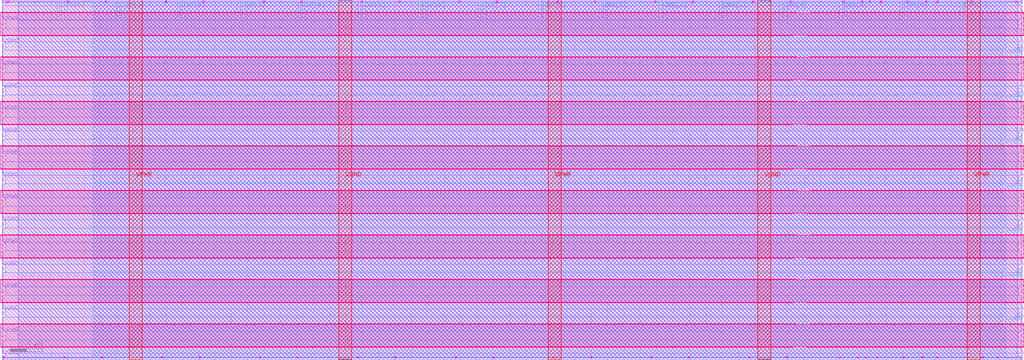
<source format=lef>
VERSION 5.7 ;
  NOWIREEXTENSIONATPIN ON ;
  DIVIDERCHAR "/" ;
  BUSBITCHARS "[]" ;
MACRO RAM16
  CLASS BLOCK ;
  FOREIGN RAM16 ;
  ORIGIN 0.000 0.000 ;
  SIZE 124.660 BY 43.520 ;
  PIN A0[0]
    DIRECTION INPUT ;
    USE SIGNAL ;
    PORT
      LAYER met3 ;
        RECT 122.660 9.560 124.660 10.160 ;
    END
  END A0[0]
  PIN A0[1]
    DIRECTION INPUT ;
    USE SIGNAL ;
    PORT
      LAYER met3 ;
        RECT 122.660 15.000 124.660 15.600 ;
    END
  END A0[1]
  PIN A0[2]
    DIRECTION INPUT ;
    USE SIGNAL ;
    PORT
      LAYER met3 ;
        RECT 122.660 20.440 124.660 21.040 ;
    END
  END A0[2]
  PIN A0[3]
    DIRECTION INPUT ;
    USE SIGNAL ;
    PORT
      LAYER met3 ;
        RECT 122.660 25.880 124.660 26.480 ;
    END
  END A0[3]
  PIN CLK
    DIRECTION INPUT ;
    USE SIGNAL ;
    PORT
      LAYER met3 ;
        RECT 122.660 31.320 124.660 31.920 ;
    END
  END CLK
  PIN Di0[0]
    DIRECTION INPUT ;
    USE SIGNAL ;
    PORT
      LAYER met2 ;
        RECT 6.990 41.520 7.270 43.520 ;
    END
  END Di0[0]
  PIN Di0[1]
    DIRECTION INPUT ;
    USE SIGNAL ;
    PORT
      LAYER met2 ;
        RECT 14.350 41.520 14.630 43.520 ;
    END
  END Di0[1]
  PIN Di0[2]
    DIRECTION INPUT ;
    USE SIGNAL ;
    PORT
      LAYER met2 ;
        RECT 21.710 41.520 21.990 43.520 ;
    END
  END Di0[2]
  PIN Di0[3]
    DIRECTION INPUT ;
    USE SIGNAL ;
    PORT
      LAYER met2 ;
        RECT 29.070 41.520 29.350 43.520 ;
    END
  END Di0[3]
  PIN Di0[4]
    DIRECTION INPUT ;
    USE SIGNAL ;
    PORT
      LAYER met2 ;
        RECT 36.430 41.520 36.710 43.520 ;
    END
  END Di0[4]
  PIN Di0[5]
    DIRECTION INPUT ;
    USE SIGNAL ;
    PORT
      LAYER met2 ;
        RECT 43.790 41.520 44.070 43.520 ;
    END
  END Di0[5]
  PIN Di0[6]
    DIRECTION INPUT ;
    USE SIGNAL ;
    PORT
      LAYER met2 ;
        RECT 51.150 41.520 51.430 43.520 ;
    END
  END Di0[6]
  PIN Di0[7]
    DIRECTION INPUT ;
    USE SIGNAL ;
    PORT
      LAYER met2 ;
        RECT 58.510 41.520 58.790 43.520 ;
    END
  END Di0[7]
  PIN Do0[0]
    DIRECTION OUTPUT ;
    USE SIGNAL ;
    PORT
      LAYER met2 ;
        RECT 65.870 41.520 66.150 43.520 ;
    END
  END Do0[0]
  PIN Do0[1]
    DIRECTION OUTPUT ;
    USE SIGNAL ;
    PORT
      LAYER met2 ;
        RECT 73.230 41.520 73.510 43.520 ;
    END
  END Do0[1]
  PIN Do0[2]
    DIRECTION OUTPUT ;
    USE SIGNAL ;
    PORT
      LAYER met2 ;
        RECT 80.590 41.520 80.870 43.520 ;
    END
  END Do0[2]
  PIN Do0[3]
    DIRECTION OUTPUT ;
    USE SIGNAL ;
    PORT
      LAYER met2 ;
        RECT 87.950 41.520 88.230 43.520 ;
    END
  END Do0[3]
  PIN Do0[4]
    DIRECTION OUTPUT ;
    USE SIGNAL ;
    PORT
      LAYER met2 ;
        RECT 95.310 41.520 95.590 43.520 ;
    END
  END Do0[4]
  PIN Do0[5]
    DIRECTION OUTPUT ;
    USE SIGNAL ;
    PORT
      LAYER met2 ;
        RECT 102.670 41.520 102.950 43.520 ;
    END
  END Do0[5]
  PIN Do0[6]
    DIRECTION OUTPUT ;
    USE SIGNAL ;
    PORT
      LAYER met2 ;
        RECT 110.030 41.520 110.310 43.520 ;
    END
  END Do0[6]
  PIN Do0[7]
    DIRECTION OUTPUT ;
    USE SIGNAL ;
    PORT
      LAYER met2 ;
        RECT 117.390 41.520 117.670 43.520 ;
    END
  END Do0[7]
  PIN EN0
    DIRECTION INPUT ;
    USE SIGNAL ;
    PORT
      LAYER met3 ;
        RECT 122.660 4.120 124.660 4.720 ;
    END
  END EN0
  PIN VGND
    DIRECTION INOUT ;
    USE GROUND ;
    PORT
      LAYER met4 ;
        RECT 41.120 -0.240 42.720 43.760 ;
    END
    PORT
      LAYER met4 ;
        RECT 92.320 -0.240 93.920 43.760 ;
    END
    PORT
      LAYER met1 ;
        RECT 0.000 -0.240 0.145 0.240 ;
    END
    PORT
      LAYER met1 ;
        RECT 124.515 -0.240 124.660 0.240 ;
    END
    PORT
      LAYER met1 ;
        RECT 0.000 5.200 0.145 5.680 ;
    END
    PORT
      LAYER met1 ;
        RECT 124.515 5.200 124.660 5.680 ;
    END
    PORT
      LAYER met1 ;
        RECT 0.000 10.640 0.145 11.120 ;
    END
    PORT
      LAYER met1 ;
        RECT 124.515 10.640 124.660 11.120 ;
    END
    PORT
      LAYER met1 ;
        RECT 0.000 16.080 0.145 16.560 ;
    END
    PORT
      LAYER met1 ;
        RECT 124.515 16.080 124.660 16.560 ;
    END
    PORT
      LAYER met1 ;
        RECT 0.000 21.520 0.145 22.000 ;
    END
    PORT
      LAYER met1 ;
        RECT 124.515 21.520 124.660 22.000 ;
    END
    PORT
      LAYER met1 ;
        RECT 0.000 26.960 0.145 27.440 ;
    END
    PORT
      LAYER met1 ;
        RECT 124.515 26.960 124.660 27.440 ;
    END
    PORT
      LAYER met1 ;
        RECT 0.000 32.400 0.145 32.880 ;
    END
    PORT
      LAYER met1 ;
        RECT 124.515 32.400 124.660 32.880 ;
    END
    PORT
      LAYER met1 ;
        RECT 0.000 37.840 0.145 38.320 ;
    END
    PORT
      LAYER met1 ;
        RECT 124.515 37.840 124.660 38.320 ;
    END
    PORT
      LAYER met1 ;
        RECT 0.000 43.280 0.145 43.760 ;
    END
    PORT
      LAYER met1 ;
        RECT 124.515 43.280 124.660 43.760 ;
    END
  END VGND
  PIN VPWR
    DIRECTION INOUT ;
    USE POWER ;
    PORT
      LAYER met4 ;
        RECT 15.520 -0.240 17.120 43.760 ;
    END
    PORT
      LAYER met4 ;
        RECT 66.720 -0.240 68.320 43.760 ;
    END
    PORT
      LAYER met4 ;
        RECT 117.920 -0.240 119.520 43.760 ;
    END
    PORT
      LAYER met1 ;
        RECT 0.000 2.480 0.145 2.960 ;
    END
    PORT
      LAYER met1 ;
        RECT 124.515 2.480 124.660 2.960 ;
    END
    PORT
      LAYER met1 ;
        RECT 0.000 7.920 0.145 8.400 ;
    END
    PORT
      LAYER met1 ;
        RECT 124.515 7.920 124.660 8.400 ;
    END
    PORT
      LAYER met1 ;
        RECT 0.000 13.360 0.145 13.840 ;
    END
    PORT
      LAYER met1 ;
        RECT 124.515 13.360 124.660 13.840 ;
    END
    PORT
      LAYER met1 ;
        RECT 0.000 18.800 0.145 19.280 ;
    END
    PORT
      LAYER met1 ;
        RECT 124.515 18.800 124.660 19.280 ;
    END
    PORT
      LAYER met1 ;
        RECT 0.000 24.240 0.145 24.720 ;
    END
    PORT
      LAYER met1 ;
        RECT 124.515 24.240 124.660 24.720 ;
    END
    PORT
      LAYER met1 ;
        RECT 0.000 29.680 0.145 30.160 ;
    END
    PORT
      LAYER met1 ;
        RECT 124.515 29.680 124.660 30.160 ;
    END
    PORT
      LAYER met1 ;
        RECT 0.000 35.120 0.145 35.600 ;
    END
    PORT
      LAYER met1 ;
        RECT 124.515 35.120 124.660 35.600 ;
    END
    PORT
      LAYER met1 ;
        RECT 0.000 40.560 0.145 41.040 ;
    END
    PORT
      LAYER met1 ;
        RECT 124.515 40.560 124.660 41.040 ;
    END
  END VPWR
  PIN WE0
    DIRECTION INPUT ;
    USE SIGNAL ;
    PORT
      LAYER met3 ;
        RECT 122.660 36.760 124.660 37.360 ;
    END
  END WE0
  OBS
      LAYER pwell ;
        RECT 0.605 43.415 0.775 43.605 ;
        RECT 7.970 43.415 8.140 43.605 ;
        RECT 12.565 43.415 12.735 43.605 ;
        RECT 19.930 43.415 20.100 43.605 ;
        RECT 24.525 43.415 24.695 43.605 ;
        RECT 31.890 43.415 32.060 43.605 ;
        RECT 36.485 43.415 36.655 43.605 ;
        RECT 43.850 43.415 44.020 43.605 ;
        RECT 48.445 43.415 48.615 43.605 ;
        RECT 55.810 43.415 55.980 43.605 ;
        RECT 60.405 43.415 60.575 43.605 ;
        RECT 67.770 43.415 67.940 43.605 ;
        RECT 72.365 43.415 72.535 43.605 ;
        RECT 79.730 43.415 79.900 43.605 ;
        RECT 84.325 43.415 84.495 43.605 ;
        RECT 91.690 43.415 91.860 43.605 ;
        RECT 96.290 43.415 96.460 43.605 ;
        RECT 102.725 43.435 102.895 43.605 ;
        RECT 105.025 43.455 105.195 43.605 ;
        RECT 105.945 43.435 106.115 43.605 ;
        RECT 107.325 43.415 107.495 43.605 ;
        RECT 110.545 43.415 110.715 43.605 ;
        RECT 112.845 43.415 113.015 43.605 ;
        RECT 114.230 43.415 114.400 43.605 ;
        RECT 118.365 43.415 118.535 43.605 ;
        RECT 123.895 43.460 124.055 43.570 ;
      LAYER nwell ;
        RECT -0.190 42.165 97.135 42.215 ;
        RECT 98.760 42.165 124.850 42.215 ;
        RECT -0.190 39.435 124.850 42.165 ;
        RECT -0.190 39.385 96.675 39.435 ;
        RECT 98.300 39.385 124.850 39.435 ;
        RECT -0.190 36.725 97.135 36.775 ;
        RECT 98.760 36.725 124.850 36.775 ;
        RECT -0.190 33.995 124.850 36.725 ;
        RECT -0.190 33.945 96.675 33.995 ;
        RECT 98.300 33.945 124.850 33.995 ;
        RECT -0.190 31.285 97.135 31.335 ;
        RECT 98.760 31.285 124.850 31.335 ;
        RECT -0.190 28.555 124.850 31.285 ;
        RECT -0.190 28.505 96.675 28.555 ;
        RECT 98.300 28.505 124.850 28.555 ;
        RECT -0.190 25.845 97.135 25.895 ;
        RECT 98.760 25.845 124.850 25.895 ;
        RECT -0.190 23.115 124.850 25.845 ;
        RECT -0.190 23.065 96.675 23.115 ;
        RECT 98.300 23.065 124.850 23.115 ;
        RECT -0.190 20.405 97.135 20.455 ;
        RECT 98.760 20.405 124.850 20.455 ;
        RECT -0.190 17.675 124.850 20.405 ;
        RECT -0.190 17.625 96.675 17.675 ;
        RECT 98.300 17.625 124.850 17.675 ;
        RECT -0.190 14.965 97.135 15.015 ;
        RECT 98.760 14.965 124.850 15.015 ;
        RECT -0.190 12.235 124.850 14.965 ;
        RECT -0.190 12.185 96.675 12.235 ;
        RECT 98.300 12.185 124.850 12.235 ;
        RECT -0.190 9.525 97.135 9.575 ;
        RECT 98.760 9.525 124.850 9.575 ;
        RECT -0.190 6.795 124.850 9.525 ;
        RECT -0.190 6.745 96.675 6.795 ;
        RECT 98.300 6.745 124.850 6.795 ;
        RECT -0.190 4.085 97.135 4.135 ;
        RECT 98.760 4.085 124.850 4.135 ;
        RECT -0.190 1.355 124.850 4.085 ;
        RECT -0.190 1.305 96.675 1.355 ;
        RECT 98.300 1.305 124.850 1.355 ;
      LAYER pwell ;
        RECT 0.145 -0.085 0.315 0.105 ;
        RECT 7.510 -0.085 7.680 0.105 ;
        RECT 12.105 -0.085 12.275 0.105 ;
        RECT 19.470 -0.085 19.640 0.105 ;
        RECT 24.065 -0.085 24.235 0.105 ;
        RECT 31.430 -0.085 31.600 0.105 ;
        RECT 36.025 -0.085 36.195 0.105 ;
        RECT 43.390 -0.085 43.560 0.105 ;
        RECT 47.985 -0.085 48.155 0.105 ;
        RECT 55.350 -0.085 55.520 0.105 ;
        RECT 59.945 -0.085 60.115 0.105 ;
        RECT 67.310 -0.085 67.480 0.105 ;
        RECT 71.905 -0.085 72.075 0.105 ;
        RECT 79.270 -0.085 79.440 0.105 ;
        RECT 83.865 -0.085 84.035 0.105 ;
        RECT 91.230 -0.085 91.400 0.105 ;
        RECT 95.830 -0.085 96.000 0.105 ;
        RECT 102.265 -0.085 102.435 0.085 ;
        RECT 104.565 -0.085 104.735 0.065 ;
        RECT 105.485 -0.085 105.655 0.085 ;
        RECT 106.865 -0.085 107.035 0.105 ;
        RECT 110.085 -0.085 110.255 0.105 ;
        RECT 112.385 -0.085 112.555 0.105 ;
        RECT 114.225 -0.085 114.395 0.105 ;
        RECT 119.745 -0.085 119.915 0.105 ;
        RECT 121.590 -0.085 121.760 0.105 ;
      LAYER li1 ;
        RECT 0.000 43.435 124.660 43.605 ;
      LAYER li1 ;
        RECT 0.000 0.085 124.660 43.435 ;
      LAYER li1 ;
        RECT 0.000 -0.085 124.660 0.085 ;
      LAYER met1 ;
        RECT 0.145 43.435 124.515 43.760 ;
        RECT 0.425 43.000 124.235 43.435 ;
        RECT 0.085 41.320 124.515 43.000 ;
        RECT 0.425 40.280 124.235 41.320 ;
        RECT 0.085 38.600 124.515 40.280 ;
        RECT 0.425 37.560 124.235 38.600 ;
        RECT 0.085 35.880 124.515 37.560 ;
        RECT 0.425 34.840 124.235 35.880 ;
        RECT 0.085 33.160 124.515 34.840 ;
        RECT 0.425 32.120 124.235 33.160 ;
        RECT 0.085 30.440 124.515 32.120 ;
        RECT 0.425 29.400 124.235 30.440 ;
        RECT 0.085 27.720 124.515 29.400 ;
        RECT 0.425 26.680 124.235 27.720 ;
        RECT 0.085 25.000 124.515 26.680 ;
        RECT 0.425 23.960 124.235 25.000 ;
        RECT 0.085 22.280 124.515 23.960 ;
        RECT 0.425 21.240 124.235 22.280 ;
        RECT 0.085 19.560 124.515 21.240 ;
        RECT 0.425 18.520 124.235 19.560 ;
        RECT 0.085 16.840 124.515 18.520 ;
        RECT 0.425 15.800 124.235 16.840 ;
        RECT 0.085 14.120 124.515 15.800 ;
        RECT 0.425 13.080 124.235 14.120 ;
        RECT 0.085 11.400 124.515 13.080 ;
        RECT 0.425 10.360 124.235 11.400 ;
        RECT 0.085 8.680 124.515 10.360 ;
        RECT 0.425 7.640 124.235 8.680 ;
        RECT 0.085 5.960 124.515 7.640 ;
        RECT 0.425 4.920 124.235 5.960 ;
        RECT 0.085 3.240 124.515 4.920 ;
        RECT 0.425 2.200 124.235 3.240 ;
        RECT 0.085 0.520 124.515 2.200 ;
        RECT 0.425 0.085 124.235 0.520 ;
        RECT 0.145 -0.240 124.515 0.085 ;
      LAYER met2 ;
        RECT 41.150 43.520 42.690 43.705 ;
        RECT 92.350 43.520 93.890 43.705 ;
        RECT 1.940 41.240 6.710 43.520 ;
        RECT 7.550 41.240 14.070 43.520 ;
        RECT 14.910 41.240 21.430 43.520 ;
        RECT 22.270 41.240 28.790 43.520 ;
        RECT 29.630 41.240 36.150 43.520 ;
        RECT 36.990 41.240 43.510 43.520 ;
        RECT 44.350 41.240 50.870 43.520 ;
        RECT 51.710 41.240 58.230 43.520 ;
        RECT 59.070 41.240 65.590 43.520 ;
        RECT 66.430 41.240 72.950 43.520 ;
        RECT 73.790 41.240 80.310 43.520 ;
        RECT 81.150 41.240 87.670 43.520 ;
        RECT 88.510 41.240 95.030 43.520 ;
        RECT 95.870 41.240 102.390 43.520 ;
        RECT 103.230 41.240 109.750 43.520 ;
        RECT 110.590 41.240 117.110 43.520 ;
        RECT 117.950 41.240 124.100 43.520 ;
        RECT 1.940 0.000 124.100 41.240 ;
        RECT 41.150 -0.185 42.690 0.000 ;
        RECT 92.350 -0.185 93.890 0.000 ;
      LAYER met3 ;
        RECT 41.130 43.520 42.710 43.685 ;
        RECT 92.330 43.520 93.910 43.685 ;
        RECT 11.105 37.760 122.660 43.520 ;
        RECT 11.105 36.360 122.260 37.760 ;
        RECT 11.105 32.320 122.660 36.360 ;
        RECT 11.105 30.920 122.260 32.320 ;
        RECT 11.105 26.880 122.660 30.920 ;
        RECT 11.105 25.480 122.260 26.880 ;
        RECT 11.105 21.440 122.660 25.480 ;
        RECT 11.105 20.040 122.260 21.440 ;
        RECT 11.105 16.000 122.660 20.040 ;
        RECT 11.105 14.600 122.260 16.000 ;
        RECT 11.105 10.560 122.660 14.600 ;
        RECT 11.105 9.160 122.260 10.560 ;
        RECT 11.105 5.120 122.660 9.160 ;
        RECT 11.105 3.720 122.260 5.120 ;
        RECT 11.105 0.000 122.660 3.720 ;
        RECT 41.130 -0.165 42.710 0.000 ;
        RECT 92.330 -0.165 93.910 0.000 ;
  END
END RAM16
END LIBRARY


</source>
